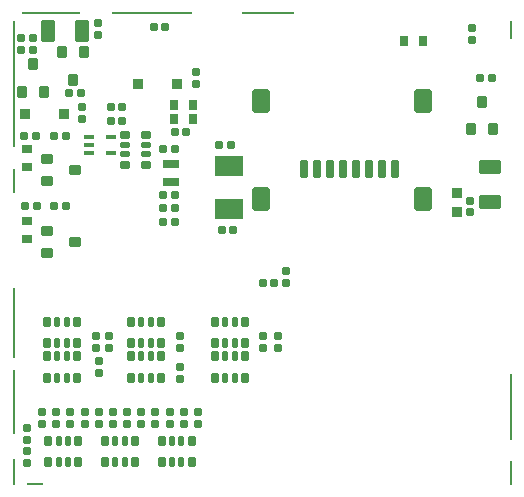
<source format=gbp>
G04*
G04 #@! TF.GenerationSoftware,Altium Limited,Altium Designer,23.4.1 (23)*
G04*
G04 Layer_Color=128*
%FSLAX25Y25*%
%MOIN*%
G70*
G04*
G04 #@! TF.SameCoordinates,86F2D4E2-0459-4DBF-9641-04F5417CCA88*
G04*
G04*
G04 #@! TF.FilePolarity,Positive*
G04*
G01*
G75*
G04:AMPARAMS|DCode=19|XSize=27.56mil|YSize=23.62mil|CornerRadius=2.36mil|HoleSize=0mil|Usage=FLASHONLY|Rotation=0.000|XOffset=0mil|YOffset=0mil|HoleType=Round|Shape=RoundedRectangle|*
%AMROUNDEDRECTD19*
21,1,0.02756,0.01890,0,0,0.0*
21,1,0.02284,0.02362,0,0,0.0*
1,1,0.00472,0.01142,-0.00945*
1,1,0.00472,-0.01142,-0.00945*
1,1,0.00472,-0.01142,0.00945*
1,1,0.00472,0.01142,0.00945*
%
%ADD19ROUNDEDRECTD19*%
G04:AMPARAMS|DCode=21|XSize=27.56mil|YSize=36.22mil|CornerRadius=2.76mil|HoleSize=0mil|Usage=FLASHONLY|Rotation=0.000|XOffset=0mil|YOffset=0mil|HoleType=Round|Shape=RoundedRectangle|*
%AMROUNDEDRECTD21*
21,1,0.02756,0.03071,0,0,0.0*
21,1,0.02205,0.03622,0,0,0.0*
1,1,0.00551,0.01102,-0.01535*
1,1,0.00551,-0.01102,-0.01535*
1,1,0.00551,-0.01102,0.01535*
1,1,0.00551,0.01102,0.01535*
%
%ADD21ROUNDEDRECTD21*%
G04:AMPARAMS|DCode=22|XSize=27.56mil|YSize=23.62mil|CornerRadius=2.36mil|HoleSize=0mil|Usage=FLASHONLY|Rotation=90.000|XOffset=0mil|YOffset=0mil|HoleType=Round|Shape=RoundedRectangle|*
%AMROUNDEDRECTD22*
21,1,0.02756,0.01890,0,0,90.0*
21,1,0.02284,0.02362,0,0,90.0*
1,1,0.00472,0.00945,0.01142*
1,1,0.00472,0.00945,-0.01142*
1,1,0.00472,-0.00945,-0.01142*
1,1,0.00472,-0.00945,0.01142*
%
%ADD22ROUNDEDRECTD22*%
G04:AMPARAMS|DCode=26|XSize=27.56mil|YSize=36.22mil|CornerRadius=2.76mil|HoleSize=0mil|Usage=FLASHONLY|Rotation=90.000|XOffset=0mil|YOffset=0mil|HoleType=Round|Shape=RoundedRectangle|*
%AMROUNDEDRECTD26*
21,1,0.02756,0.03071,0,0,90.0*
21,1,0.02205,0.03622,0,0,90.0*
1,1,0.00551,0.01535,0.01102*
1,1,0.00551,0.01535,-0.01102*
1,1,0.00551,-0.01535,-0.01102*
1,1,0.00551,-0.01535,0.01102*
%
%ADD26ROUNDEDRECTD26*%
%ADD28R,0.00787X0.21260*%
%ADD29R,0.00787X0.09055*%
%ADD30R,0.00787X0.23622*%
%ADD31R,0.00787X0.07874*%
%ADD32R,0.00787X0.08268*%
%ADD33R,0.00787X0.42126*%
%ADD34R,0.19685X0.00787*%
%ADD35R,0.26772X0.00787*%
%ADD36R,0.17717X0.00787*%
%ADD37R,0.00787X0.22441*%
%ADD38R,0.00787X0.06299*%
%ADD39R,0.05512X0.00787*%
G04:AMPARAMS|DCode=40|XSize=35.43mil|YSize=37.4mil|CornerRadius=3.54mil|HoleSize=0mil|Usage=FLASHONLY|Rotation=90.000|XOffset=0mil|YOffset=0mil|HoleType=Round|Shape=RoundedRectangle|*
%AMROUNDEDRECTD40*
21,1,0.03543,0.03032,0,0,90.0*
21,1,0.02835,0.03740,0,0,90.0*
1,1,0.00709,0.01516,0.01417*
1,1,0.00709,0.01516,-0.01417*
1,1,0.00709,-0.01516,-0.01417*
1,1,0.00709,-0.01516,0.01417*
%
%ADD40ROUNDEDRECTD40*%
G04:AMPARAMS|DCode=41|XSize=35.43mil|YSize=37.4mil|CornerRadius=3.54mil|HoleSize=0mil|Usage=FLASHONLY|Rotation=90.000|XOffset=0mil|YOffset=0mil|HoleType=Round|Shape=RoundedRectangle|*
%AMROUNDEDRECTD41*
21,1,0.03543,0.03032,0,0,90.0*
21,1,0.02835,0.03740,0,0,90.0*
1,1,0.00709,0.01516,0.01417*
1,1,0.00709,0.01516,-0.01417*
1,1,0.00709,-0.01516,-0.01417*
1,1,0.00709,-0.01516,0.01417*
%
%ADD41ROUNDEDRECTD41*%
G04:AMPARAMS|DCode=91|XSize=25.59mil|YSize=31.5mil|CornerRadius=2.56mil|HoleSize=0mil|Usage=FLASHONLY|Rotation=0.000|XOffset=0mil|YOffset=0mil|HoleType=Round|Shape=RoundedRectangle|*
%AMROUNDEDRECTD91*
21,1,0.02559,0.02638,0,0,0.0*
21,1,0.02047,0.03150,0,0,0.0*
1,1,0.00512,0.01024,-0.01319*
1,1,0.00512,-0.01024,-0.01319*
1,1,0.00512,-0.01024,0.01319*
1,1,0.00512,0.01024,0.01319*
%
%ADD91ROUNDEDRECTD91*%
G04:AMPARAMS|DCode=92|XSize=17.72mil|YSize=31.5mil|CornerRadius=1.77mil|HoleSize=0mil|Usage=FLASHONLY|Rotation=0.000|XOffset=0mil|YOffset=0mil|HoleType=Round|Shape=RoundedRectangle|*
%AMROUNDEDRECTD92*
21,1,0.01772,0.02795,0,0,0.0*
21,1,0.01417,0.03150,0,0,0.0*
1,1,0.00354,0.00709,-0.01398*
1,1,0.00354,-0.00709,-0.01398*
1,1,0.00354,-0.00709,0.01398*
1,1,0.00354,0.00709,0.01398*
%
%ADD92ROUNDEDRECTD92*%
G04:AMPARAMS|DCode=93|XSize=78.74mil|YSize=57.09mil|CornerRadius=5.71mil|HoleSize=0mil|Usage=FLASHONLY|Rotation=90.000|XOffset=0mil|YOffset=0mil|HoleType=Round|Shape=RoundedRectangle|*
%AMROUNDEDRECTD93*
21,1,0.07874,0.04567,0,0,90.0*
21,1,0.06732,0.05709,0,0,90.0*
1,1,0.01142,0.02284,0.03366*
1,1,0.01142,0.02284,-0.03366*
1,1,0.01142,-0.02284,-0.03366*
1,1,0.01142,-0.02284,0.03366*
%
%ADD93ROUNDEDRECTD93*%
G04:AMPARAMS|DCode=94|XSize=59.06mil|YSize=25.59mil|CornerRadius=2.56mil|HoleSize=0mil|Usage=FLASHONLY|Rotation=90.000|XOffset=0mil|YOffset=0mil|HoleType=Round|Shape=RoundedRectangle|*
%AMROUNDEDRECTD94*
21,1,0.05906,0.02047,0,0,90.0*
21,1,0.05394,0.02559,0,0,90.0*
1,1,0.00512,0.01024,0.02697*
1,1,0.00512,0.01024,-0.02697*
1,1,0.00512,-0.01024,-0.02697*
1,1,0.00512,-0.01024,0.02697*
%
%ADD94ROUNDEDRECTD94*%
G04:AMPARAMS|DCode=95|XSize=35.43mil|YSize=37.4mil|CornerRadius=3.54mil|HoleSize=0mil|Usage=FLASHONLY|Rotation=180.000|XOffset=0mil|YOffset=0mil|HoleType=Round|Shape=RoundedRectangle|*
%AMROUNDEDRECTD95*
21,1,0.03543,0.03032,0,0,180.0*
21,1,0.02835,0.03740,0,0,180.0*
1,1,0.00709,-0.01417,0.01516*
1,1,0.00709,0.01417,0.01516*
1,1,0.00709,0.01417,-0.01516*
1,1,0.00709,-0.01417,-0.01516*
%
%ADD95ROUNDEDRECTD95*%
G04:AMPARAMS|DCode=96|XSize=35.43mil|YSize=37.4mil|CornerRadius=3.54mil|HoleSize=0mil|Usage=FLASHONLY|Rotation=180.000|XOffset=0mil|YOffset=0mil|HoleType=Round|Shape=RoundedRectangle|*
%AMROUNDEDRECTD96*
21,1,0.03543,0.03032,0,0,180.0*
21,1,0.02835,0.03740,0,0,180.0*
1,1,0.00709,-0.01417,0.01516*
1,1,0.00709,0.01417,0.01516*
1,1,0.00709,0.01417,-0.01516*
1,1,0.00709,-0.01417,-0.01516*
%
%ADD96ROUNDEDRECTD96*%
G04:AMPARAMS|DCode=97|XSize=35.83mil|YSize=33.47mil|CornerRadius=3.35mil|HoleSize=0mil|Usage=FLASHONLY|Rotation=0.000|XOffset=0mil|YOffset=0mil|HoleType=Round|Shape=RoundedRectangle|*
%AMROUNDEDRECTD97*
21,1,0.03583,0.02677,0,0,0.0*
21,1,0.02913,0.03347,0,0,0.0*
1,1,0.00669,0.01457,-0.01339*
1,1,0.00669,-0.01457,-0.01339*
1,1,0.00669,-0.01457,0.01339*
1,1,0.00669,0.01457,0.01339*
%
%ADD97ROUNDEDRECTD97*%
G04:AMPARAMS|DCode=98|XSize=70.87mil|YSize=45.28mil|CornerRadius=4.53mil|HoleSize=0mil|Usage=FLASHONLY|Rotation=0.000|XOffset=0mil|YOffset=0mil|HoleType=Round|Shape=RoundedRectangle|*
%AMROUNDEDRECTD98*
21,1,0.07087,0.03622,0,0,0.0*
21,1,0.06181,0.04528,0,0,0.0*
1,1,0.00906,0.03091,-0.01811*
1,1,0.00906,-0.03091,-0.01811*
1,1,0.00906,-0.03091,0.01811*
1,1,0.00906,0.03091,0.01811*
%
%ADD98ROUNDEDRECTD98*%
G04:AMPARAMS|DCode=99|XSize=12.6mil|YSize=31.5mil|CornerRadius=1.26mil|HoleSize=0mil|Usage=FLASHONLY|Rotation=270.000|XOffset=0mil|YOffset=0mil|HoleType=Round|Shape=RoundedRectangle|*
%AMROUNDEDRECTD99*
21,1,0.01260,0.02898,0,0,270.0*
21,1,0.01008,0.03150,0,0,270.0*
1,1,0.00252,-0.01449,-0.00504*
1,1,0.00252,-0.01449,0.00504*
1,1,0.00252,0.01449,0.00504*
1,1,0.00252,0.01449,-0.00504*
%
%ADD99ROUNDEDRECTD99*%
%ADD101R,0.09449X0.06693*%
G04:AMPARAMS|DCode=102|XSize=25.59mil|YSize=31.5mil|CornerRadius=2.56mil|HoleSize=0mil|Usage=FLASHONLY|Rotation=270.000|XOffset=0mil|YOffset=0mil|HoleType=Round|Shape=RoundedRectangle|*
%AMROUNDEDRECTD102*
21,1,0.02559,0.02638,0,0,270.0*
21,1,0.02047,0.03150,0,0,270.0*
1,1,0.00512,-0.01319,-0.01024*
1,1,0.00512,-0.01319,0.01024*
1,1,0.00512,0.01319,0.01024*
1,1,0.00512,0.01319,-0.01024*
%
%ADD102ROUNDEDRECTD102*%
G04:AMPARAMS|DCode=103|XSize=17.72mil|YSize=31.5mil|CornerRadius=1.77mil|HoleSize=0mil|Usage=FLASHONLY|Rotation=270.000|XOffset=0mil|YOffset=0mil|HoleType=Round|Shape=RoundedRectangle|*
%AMROUNDEDRECTD103*
21,1,0.01772,0.02795,0,0,270.0*
21,1,0.01417,0.03150,0,0,270.0*
1,1,0.00354,-0.01398,-0.00709*
1,1,0.00354,-0.01398,0.00709*
1,1,0.00354,0.01398,0.00709*
1,1,0.00354,0.01398,-0.00709*
%
%ADD103ROUNDEDRECTD103*%
G04:AMPARAMS|DCode=104|XSize=27.56mil|YSize=55.12mil|CornerRadius=2.76mil|HoleSize=0mil|Usage=FLASHONLY|Rotation=270.000|XOffset=0mil|YOffset=0mil|HoleType=Round|Shape=RoundedRectangle|*
%AMROUNDEDRECTD104*
21,1,0.02756,0.04961,0,0,270.0*
21,1,0.02205,0.05512,0,0,270.0*
1,1,0.00551,-0.02480,-0.01102*
1,1,0.00551,-0.02480,0.01102*
1,1,0.00551,0.02480,0.01102*
1,1,0.00551,0.02480,-0.01102*
%
%ADD104ROUNDEDRECTD104*%
G04:AMPARAMS|DCode=105|XSize=70.87mil|YSize=45.28mil|CornerRadius=4.53mil|HoleSize=0mil|Usage=FLASHONLY|Rotation=90.000|XOffset=0mil|YOffset=0mil|HoleType=Round|Shape=RoundedRectangle|*
%AMROUNDEDRECTD105*
21,1,0.07087,0.03622,0,0,90.0*
21,1,0.06181,0.04528,0,0,90.0*
1,1,0.00906,0.01811,0.03091*
1,1,0.00906,0.01811,-0.03091*
1,1,0.00906,-0.01811,-0.03091*
1,1,0.00906,-0.01811,0.03091*
%
%ADD105ROUNDEDRECTD105*%
G04:AMPARAMS|DCode=106|XSize=33.47mil|YSize=33.47mil|CornerRadius=3.35mil|HoleSize=0mil|Usage=FLASHONLY|Rotation=270.000|XOffset=0mil|YOffset=0mil|HoleType=Round|Shape=RoundedRectangle|*
%AMROUNDEDRECTD106*
21,1,0.03347,0.02677,0,0,270.0*
21,1,0.02677,0.03347,0,0,270.0*
1,1,0.00669,-0.01339,-0.01339*
1,1,0.00669,-0.01339,0.01339*
1,1,0.00669,0.01339,0.01339*
1,1,0.00669,0.01339,-0.01339*
%
%ADD106ROUNDEDRECTD106*%
D19*
X32283Y45669D02*
D03*
Y49606D02*
D03*
X152362Y94882D02*
D03*
Y90945D02*
D03*
X28642Y154134D02*
D03*
Y150197D02*
D03*
X28937Y37402D02*
D03*
Y41339D02*
D03*
X23228Y125984D02*
D03*
Y122047D02*
D03*
X2756Y145079D02*
D03*
Y149016D02*
D03*
X61024Y133858D02*
D03*
Y137795D02*
D03*
X91241Y67421D02*
D03*
Y71358D02*
D03*
X153300Y148443D02*
D03*
Y152380D02*
D03*
X6890Y145079D02*
D03*
Y149016D02*
D03*
X47638Y24409D02*
D03*
Y20472D02*
D03*
X52362Y24409D02*
D03*
Y20472D02*
D03*
X57087Y24409D02*
D03*
Y20472D02*
D03*
X61811Y24409D02*
D03*
Y20472D02*
D03*
X27756Y45669D02*
D03*
Y49606D02*
D03*
X83661Y45669D02*
D03*
Y49606D02*
D03*
X55709Y45669D02*
D03*
Y49606D02*
D03*
X24016Y24409D02*
D03*
Y20472D02*
D03*
X19292Y24409D02*
D03*
Y20472D02*
D03*
X14567Y24409D02*
D03*
Y20472D02*
D03*
X9843Y24409D02*
D03*
Y20472D02*
D03*
X42914Y24409D02*
D03*
Y20472D02*
D03*
X38189Y24409D02*
D03*
Y20472D02*
D03*
X33465Y24409D02*
D03*
Y20472D02*
D03*
X28740Y24409D02*
D03*
Y20472D02*
D03*
X88583Y45669D02*
D03*
Y49606D02*
D03*
X4724Y15157D02*
D03*
Y19094D02*
D03*
X55709Y35433D02*
D03*
Y39370D02*
D03*
X4724Y7480D02*
D03*
Y11417D02*
D03*
D21*
X60237Y126772D02*
D03*
X53937Y126772D02*
D03*
X60237Y122146D02*
D03*
X53937D02*
D03*
X130512Y148031D02*
D03*
X136811D02*
D03*
D22*
X159843Y135630D02*
D03*
X155905D02*
D03*
X18743Y130809D02*
D03*
X22680D02*
D03*
X36614Y126181D02*
D03*
X32677D02*
D03*
X36614Y121457D02*
D03*
X32677D02*
D03*
X69685Y85039D02*
D03*
X73622D02*
D03*
X68898Y113386D02*
D03*
X72835D02*
D03*
X50984Y152559D02*
D03*
X47047D02*
D03*
X8071Y92911D02*
D03*
X4134D02*
D03*
X13976D02*
D03*
X17913D02*
D03*
X54232Y87795D02*
D03*
X50295D02*
D03*
X54232Y112008D02*
D03*
X50295D02*
D03*
X54232Y96653D02*
D03*
X50295D02*
D03*
X83366Y67421D02*
D03*
X87303D02*
D03*
X54035Y117815D02*
D03*
X57972D02*
D03*
X54232Y92323D02*
D03*
X50295D02*
D03*
X7874Y116535D02*
D03*
X3937D02*
D03*
X13780D02*
D03*
X17717D02*
D03*
D26*
X4725Y88189D02*
D03*
Y81890D02*
D03*
Y112205D02*
D03*
X4725Y105905D02*
D03*
D28*
X394Y27559D02*
D03*
D29*
X394Y4528D02*
D03*
D30*
X394Y53937D02*
D03*
D31*
X166142Y3937D02*
D03*
D32*
X394Y101378D02*
D03*
D33*
Y133661D02*
D03*
D34*
X12992Y157480D02*
D03*
D35*
X46457D02*
D03*
D36*
X85236D02*
D03*
D37*
X166142Y26181D02*
D03*
D38*
Y151575D02*
D03*
D39*
X7480Y394D02*
D03*
D40*
X11615Y77227D02*
D03*
X20867Y80967D02*
D03*
X11615Y101242D02*
D03*
X20867Y104982D02*
D03*
D41*
X11615Y84707D02*
D03*
Y108723D02*
D03*
D91*
X77461Y54331D02*
D03*
Y47244D02*
D03*
X67421D02*
D03*
X67421Y54331D02*
D03*
X67421Y35826D02*
D03*
Y42913D02*
D03*
X77461Y42913D02*
D03*
X77461Y35826D02*
D03*
X49705Y7677D02*
D03*
Y14764D02*
D03*
X59744D02*
D03*
Y7677D02*
D03*
X21555Y35827D02*
D03*
X21555Y42913D02*
D03*
X11516Y42913D02*
D03*
X11516Y35827D02*
D03*
Y54331D02*
D03*
X11516Y47244D02*
D03*
X21555D02*
D03*
Y54331D02*
D03*
X49508Y35827D02*
D03*
Y42913D02*
D03*
X39469Y42913D02*
D03*
X39469Y35827D02*
D03*
X39469Y54331D02*
D03*
Y47244D02*
D03*
X49508D02*
D03*
Y54331D02*
D03*
X11910Y7677D02*
D03*
X11910Y14764D02*
D03*
X21949D02*
D03*
X21949Y7677D02*
D03*
X30807D02*
D03*
Y14764D02*
D03*
X40846D02*
D03*
X40846Y7677D02*
D03*
D92*
X70866Y47244D02*
D03*
X74016D02*
D03*
X74016Y54331D02*
D03*
X70866Y54331D02*
D03*
X74016Y42913D02*
D03*
X70866D02*
D03*
Y35826D02*
D03*
X74016D02*
D03*
X56299Y14764D02*
D03*
X53150D02*
D03*
Y7677D02*
D03*
X56299D02*
D03*
X18110Y35827D02*
D03*
X14961Y35827D02*
D03*
Y42913D02*
D03*
X18110D02*
D03*
X14961Y54331D02*
D03*
X18110Y54331D02*
D03*
X18110Y47244D02*
D03*
X14961D02*
D03*
X46063Y35827D02*
D03*
X42913D02*
D03*
Y42913D02*
D03*
X46063Y42913D02*
D03*
X42913Y54331D02*
D03*
X46063D02*
D03*
Y47244D02*
D03*
X42913D02*
D03*
X18504Y14764D02*
D03*
X15355D02*
D03*
Y7677D02*
D03*
X18504D02*
D03*
X37402Y14764D02*
D03*
X34252Y14764D02*
D03*
Y7677D02*
D03*
X37402D02*
D03*
D93*
X82678Y95288D02*
D03*
Y127965D02*
D03*
X136811D02*
D03*
Y95288D02*
D03*
D94*
X127441Y105524D02*
D03*
X123111D02*
D03*
X118780D02*
D03*
X114449D02*
D03*
X110118D02*
D03*
X105788D02*
D03*
X101457D02*
D03*
X97126D02*
D03*
D95*
X156580Y127871D02*
D03*
X160320Y118619D02*
D03*
X10630Y130984D02*
D03*
X6890Y140236D02*
D03*
X16339Y144409D02*
D03*
X20079Y135158D02*
D03*
D96*
X152840Y118619D02*
D03*
X3150Y130984D02*
D03*
X23819Y144410D02*
D03*
D97*
X4331Y123622D02*
D03*
X17323Y123622D02*
D03*
X41732Y133858D02*
D03*
X54725D02*
D03*
D98*
X159055Y94488D02*
D03*
Y105905D02*
D03*
D99*
X25394Y110827D02*
D03*
Y113386D02*
D03*
Y115945D02*
D03*
X32874D02*
D03*
Y110827D02*
D03*
D101*
X72048Y106496D02*
D03*
X72048Y91929D02*
D03*
D102*
X44488Y106791D02*
D03*
X37402D02*
D03*
X37402Y116831D02*
D03*
X44488D02*
D03*
D103*
X37402Y113386D02*
D03*
Y110236D02*
D03*
X44488Y110236D02*
D03*
X44488Y113386D02*
D03*
D104*
X52756Y107087D02*
D03*
Y101181D02*
D03*
D105*
X11811Y151378D02*
D03*
X23228D02*
D03*
D106*
X148228Y91181D02*
D03*
Y97402D02*
D03*
M02*

</source>
